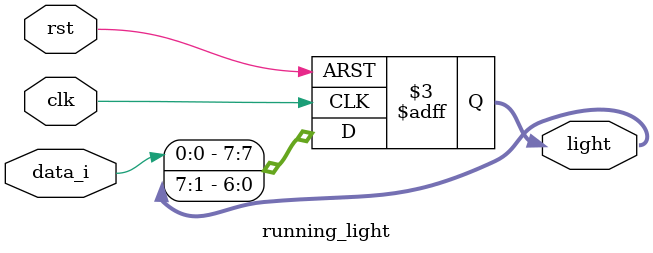
<source format=v>
`timescale 1ns / 1ps

module running_light(
	input clk,
	input rst,
	input data_i,
	output reg [7:0] light);

	always @(posedge rst,posedge clk) begin
		if (rst==1) begin
			light[7:0] <= 0;
		end else begin
			light[7:0] <= {data_i,light[7:1]};
		end
	end

endmodule

</source>
